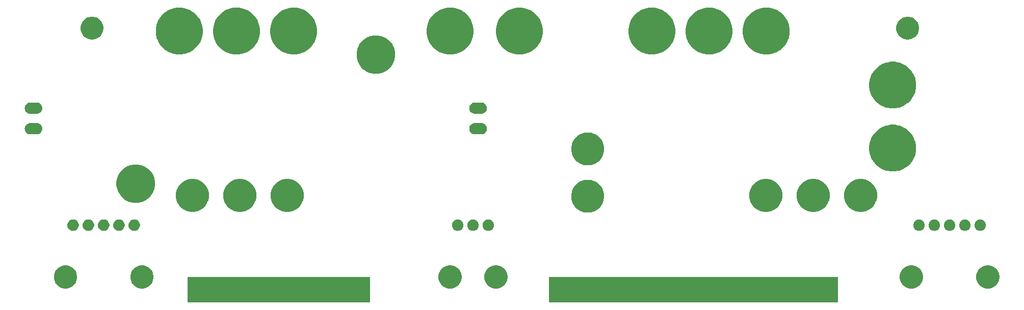
<source format=gbr>
G04 #@! TF.GenerationSoftware,KiCad,Pcbnew,(5.1.2)-1*
G04 #@! TF.CreationDate,2020-03-03T11:05:45-06:00*
G04 #@! TF.ProjectId,ODriveInterfacingBoard,4f447269-7665-4496-9e74-657266616369,rev?*
G04 #@! TF.SameCoordinates,Original*
G04 #@! TF.FileFunction,Soldermask,Bot*
G04 #@! TF.FilePolarity,Negative*
%FSLAX46Y46*%
G04 Gerber Fmt 4.6, Leading zero omitted, Abs format (unit mm)*
G04 Created by KiCad (PCBNEW (5.1.2)-1) date 2020-03-03 11:05:45*
%MOMM*%
%LPD*%
G04 APERTURE LIST*
%ADD10C,0.100000*%
G04 APERTURE END LIST*
D10*
G36*
X117994249Y-122589151D02*
G01*
X87749249Y-122589151D01*
X87749249Y-118379151D01*
X117994249Y-118379151D01*
X117994249Y-122589151D01*
X117994249Y-122589151D01*
G37*
G36*
X195754217Y-122589151D02*
G01*
X147729217Y-122589151D01*
X147729217Y-118379151D01*
X195754217Y-118379151D01*
X195754217Y-122589151D01*
X195754217Y-122589151D01*
G37*
G36*
X67998501Y-116512976D02*
G01*
X68203718Y-116597980D01*
X68348829Y-116658087D01*
X68664116Y-116868755D01*
X68932245Y-117136884D01*
X69142913Y-117452171D01*
X69142913Y-117452172D01*
X69288024Y-117802499D01*
X69362000Y-118174403D01*
X69362000Y-118553597D01*
X69288024Y-118925501D01*
X69203020Y-119130718D01*
X69142913Y-119275829D01*
X68932245Y-119591116D01*
X68664116Y-119859245D01*
X68348829Y-120069913D01*
X68203718Y-120130020D01*
X67998501Y-120215024D01*
X67626597Y-120289000D01*
X67247403Y-120289000D01*
X66875499Y-120215024D01*
X66670282Y-120130020D01*
X66525171Y-120069913D01*
X66209884Y-119859245D01*
X65941755Y-119591116D01*
X65731087Y-119275829D01*
X65670980Y-119130718D01*
X65585976Y-118925501D01*
X65512000Y-118553597D01*
X65512000Y-118174403D01*
X65585976Y-117802499D01*
X65731087Y-117452172D01*
X65731087Y-117452171D01*
X65941755Y-117136884D01*
X66209884Y-116868755D01*
X66525171Y-116658087D01*
X66670282Y-116597980D01*
X66875499Y-116512976D01*
X67247403Y-116439000D01*
X67626597Y-116439000D01*
X67998501Y-116512976D01*
X67998501Y-116512976D01*
G37*
G36*
X221211301Y-116512976D02*
G01*
X221416518Y-116597980D01*
X221561629Y-116658087D01*
X221876916Y-116868755D01*
X222145045Y-117136884D01*
X222355713Y-117452171D01*
X222355713Y-117452172D01*
X222500824Y-117802499D01*
X222574800Y-118174403D01*
X222574800Y-118553597D01*
X222500824Y-118925501D01*
X222415820Y-119130718D01*
X222355713Y-119275829D01*
X222145045Y-119591116D01*
X221876916Y-119859245D01*
X221561629Y-120069913D01*
X221416518Y-120130020D01*
X221211301Y-120215024D01*
X220839397Y-120289000D01*
X220460203Y-120289000D01*
X220088299Y-120215024D01*
X219883082Y-120130020D01*
X219737971Y-120069913D01*
X219422684Y-119859245D01*
X219154555Y-119591116D01*
X218943887Y-119275829D01*
X218883780Y-119130718D01*
X218798776Y-118925501D01*
X218724800Y-118553597D01*
X218724800Y-118174403D01*
X218798776Y-117802499D01*
X218943887Y-117452172D01*
X218943887Y-117452171D01*
X219154555Y-117136884D01*
X219422684Y-116868755D01*
X219737971Y-116658087D01*
X219883082Y-116597980D01*
X220088299Y-116512976D01*
X220460203Y-116439000D01*
X220839397Y-116439000D01*
X221211301Y-116512976D01*
X221211301Y-116512976D01*
G37*
G36*
X131879501Y-116512976D02*
G01*
X132084718Y-116597980D01*
X132229829Y-116658087D01*
X132545116Y-116868755D01*
X132813245Y-117136884D01*
X133023913Y-117452171D01*
X133023913Y-117452172D01*
X133169024Y-117802499D01*
X133243000Y-118174403D01*
X133243000Y-118553597D01*
X133169024Y-118925501D01*
X133084020Y-119130718D01*
X133023913Y-119275829D01*
X132813245Y-119591116D01*
X132545116Y-119859245D01*
X132229829Y-120069913D01*
X132084718Y-120130020D01*
X131879501Y-120215024D01*
X131507597Y-120289000D01*
X131128403Y-120289000D01*
X130756499Y-120215024D01*
X130551282Y-120130020D01*
X130406171Y-120069913D01*
X130090884Y-119859245D01*
X129822755Y-119591116D01*
X129612087Y-119275829D01*
X129551980Y-119130718D01*
X129466976Y-118925501D01*
X129393000Y-118553597D01*
X129393000Y-118174403D01*
X129466976Y-117802499D01*
X129612087Y-117452172D01*
X129612087Y-117452171D01*
X129822755Y-117136884D01*
X130090884Y-116868755D01*
X130406171Y-116658087D01*
X130551282Y-116597980D01*
X130756499Y-116512976D01*
X131128403Y-116439000D01*
X131507597Y-116439000D01*
X131879501Y-116512976D01*
X131879501Y-116512976D01*
G37*
G36*
X139499501Y-116512976D02*
G01*
X139704718Y-116597980D01*
X139849829Y-116658087D01*
X140165116Y-116868755D01*
X140433245Y-117136884D01*
X140643913Y-117452171D01*
X140643913Y-117452172D01*
X140789024Y-117802499D01*
X140863000Y-118174403D01*
X140863000Y-118553597D01*
X140789024Y-118925501D01*
X140704020Y-119130718D01*
X140643913Y-119275829D01*
X140433245Y-119591116D01*
X140165116Y-119859245D01*
X139849829Y-120069913D01*
X139704718Y-120130020D01*
X139499501Y-120215024D01*
X139127597Y-120289000D01*
X138748403Y-120289000D01*
X138376499Y-120215024D01*
X138171282Y-120130020D01*
X138026171Y-120069913D01*
X137710884Y-119859245D01*
X137442755Y-119591116D01*
X137232087Y-119275829D01*
X137171980Y-119130718D01*
X137086976Y-118925501D01*
X137013000Y-118553597D01*
X137013000Y-118174403D01*
X137086976Y-117802499D01*
X137232087Y-117452172D01*
X137232087Y-117452171D01*
X137442755Y-117136884D01*
X137710884Y-116868755D01*
X138026171Y-116658087D01*
X138171282Y-116597980D01*
X138376499Y-116512976D01*
X138748403Y-116439000D01*
X139127597Y-116439000D01*
X139499501Y-116512976D01*
X139499501Y-116512976D01*
G37*
G36*
X208511301Y-116512976D02*
G01*
X208716518Y-116597980D01*
X208861629Y-116658087D01*
X209176916Y-116868755D01*
X209445045Y-117136884D01*
X209655713Y-117452171D01*
X209655713Y-117452172D01*
X209800824Y-117802499D01*
X209874800Y-118174403D01*
X209874800Y-118553597D01*
X209800824Y-118925501D01*
X209715820Y-119130718D01*
X209655713Y-119275829D01*
X209445045Y-119591116D01*
X209176916Y-119859245D01*
X208861629Y-120069913D01*
X208716518Y-120130020D01*
X208511301Y-120215024D01*
X208139397Y-120289000D01*
X207760203Y-120289000D01*
X207388299Y-120215024D01*
X207183082Y-120130020D01*
X207037971Y-120069913D01*
X206722684Y-119859245D01*
X206454555Y-119591116D01*
X206243887Y-119275829D01*
X206183780Y-119130718D01*
X206098776Y-118925501D01*
X206024800Y-118553597D01*
X206024800Y-118174403D01*
X206098776Y-117802499D01*
X206243887Y-117452172D01*
X206243887Y-117452171D01*
X206454555Y-117136884D01*
X206722684Y-116868755D01*
X207037971Y-116658087D01*
X207183082Y-116597980D01*
X207388299Y-116512976D01*
X207760203Y-116439000D01*
X208139397Y-116439000D01*
X208511301Y-116512976D01*
X208511301Y-116512976D01*
G37*
G36*
X80698501Y-116512976D02*
G01*
X80903718Y-116597980D01*
X81048829Y-116658087D01*
X81364116Y-116868755D01*
X81632245Y-117136884D01*
X81842913Y-117452171D01*
X81842913Y-117452172D01*
X81988024Y-117802499D01*
X82062000Y-118174403D01*
X82062000Y-118553597D01*
X81988024Y-118925501D01*
X81903020Y-119130718D01*
X81842913Y-119275829D01*
X81632245Y-119591116D01*
X81364116Y-119859245D01*
X81048829Y-120069913D01*
X80903718Y-120130020D01*
X80698501Y-120215024D01*
X80326597Y-120289000D01*
X79947403Y-120289000D01*
X79575499Y-120215024D01*
X79370282Y-120130020D01*
X79225171Y-120069913D01*
X78909884Y-119859245D01*
X78641755Y-119591116D01*
X78431087Y-119275829D01*
X78370980Y-119130718D01*
X78285976Y-118925501D01*
X78212000Y-118553597D01*
X78212000Y-118174403D01*
X78285976Y-117802499D01*
X78431087Y-117452172D01*
X78431087Y-117452171D01*
X78641755Y-117136884D01*
X78909884Y-116868755D01*
X79225171Y-116658087D01*
X79370282Y-116597980D01*
X79575499Y-116512976D01*
X79947403Y-116439000D01*
X80326597Y-116439000D01*
X80698501Y-116512976D01*
X80698501Y-116512976D01*
G37*
G36*
X212040404Y-108802968D02*
G01*
X212127942Y-108839228D01*
X212215478Y-108875486D01*
X212215479Y-108875487D01*
X212373037Y-108980763D01*
X212507037Y-109114763D01*
X212594807Y-109246121D01*
X212612314Y-109272322D01*
X212648572Y-109359858D01*
X212684832Y-109447396D01*
X212721800Y-109633250D01*
X212721800Y-109822750D01*
X212684832Y-110008604D01*
X212648572Y-110096142D01*
X212612314Y-110183678D01*
X212612313Y-110183679D01*
X212507037Y-110341237D01*
X212373037Y-110475237D01*
X212241679Y-110563007D01*
X212215478Y-110580514D01*
X212127942Y-110616772D01*
X212040404Y-110653032D01*
X211854550Y-110690000D01*
X211665050Y-110690000D01*
X211479196Y-110653032D01*
X211391658Y-110616772D01*
X211304122Y-110580514D01*
X211277921Y-110563007D01*
X211146563Y-110475237D01*
X211012563Y-110341237D01*
X210907287Y-110183679D01*
X210907286Y-110183678D01*
X210871028Y-110096142D01*
X210834768Y-110008604D01*
X210797800Y-109822750D01*
X210797800Y-109633250D01*
X210834768Y-109447396D01*
X210871028Y-109359858D01*
X210907286Y-109272322D01*
X210924793Y-109246121D01*
X211012563Y-109114763D01*
X211146563Y-108980763D01*
X211304121Y-108875487D01*
X211304122Y-108875486D01*
X211479196Y-108802968D01*
X211665050Y-108766000D01*
X211854550Y-108766000D01*
X212040404Y-108802968D01*
X212040404Y-108802968D01*
G37*
G36*
X76607604Y-108802968D02*
G01*
X76695142Y-108839228D01*
X76782678Y-108875486D01*
X76782679Y-108875487D01*
X76940237Y-108980763D01*
X77074237Y-109114763D01*
X77162007Y-109246121D01*
X77179514Y-109272322D01*
X77215772Y-109359858D01*
X77252032Y-109447396D01*
X77289000Y-109633250D01*
X77289000Y-109822750D01*
X77252032Y-110008604D01*
X77179514Y-110183678D01*
X77179513Y-110183679D01*
X77074237Y-110341237D01*
X76940237Y-110475237D01*
X76808879Y-110563007D01*
X76782678Y-110580514D01*
X76695142Y-110616772D01*
X76607604Y-110653032D01*
X76421750Y-110690000D01*
X76232250Y-110690000D01*
X76046396Y-110653032D01*
X75958858Y-110616772D01*
X75871322Y-110580514D01*
X75845121Y-110563007D01*
X75713763Y-110475237D01*
X75579763Y-110341237D01*
X75474487Y-110183679D01*
X75474486Y-110183678D01*
X75401968Y-110008604D01*
X75365000Y-109822750D01*
X75365000Y-109633250D01*
X75401968Y-109447396D01*
X75438228Y-109359858D01*
X75474486Y-109272322D01*
X75491993Y-109246121D01*
X75579763Y-109114763D01*
X75713763Y-108980763D01*
X75871321Y-108875487D01*
X75871322Y-108875486D01*
X76046396Y-108802968D01*
X76232250Y-108766000D01*
X76421750Y-108766000D01*
X76607604Y-108802968D01*
X76607604Y-108802968D01*
G37*
G36*
X74067604Y-108802968D02*
G01*
X74155142Y-108839228D01*
X74242678Y-108875486D01*
X74242679Y-108875487D01*
X74400237Y-108980763D01*
X74534237Y-109114763D01*
X74622007Y-109246121D01*
X74639514Y-109272322D01*
X74675772Y-109359858D01*
X74712032Y-109447396D01*
X74749000Y-109633250D01*
X74749000Y-109822750D01*
X74712032Y-110008604D01*
X74639514Y-110183678D01*
X74639513Y-110183679D01*
X74534237Y-110341237D01*
X74400237Y-110475237D01*
X74268879Y-110563007D01*
X74242678Y-110580514D01*
X74155142Y-110616772D01*
X74067604Y-110653032D01*
X73881750Y-110690000D01*
X73692250Y-110690000D01*
X73506396Y-110653032D01*
X73418858Y-110616772D01*
X73331322Y-110580514D01*
X73305121Y-110563007D01*
X73173763Y-110475237D01*
X73039763Y-110341237D01*
X72934487Y-110183679D01*
X72934486Y-110183678D01*
X72861968Y-110008604D01*
X72825000Y-109822750D01*
X72825000Y-109633250D01*
X72861968Y-109447396D01*
X72898228Y-109359858D01*
X72934486Y-109272322D01*
X72951993Y-109246121D01*
X73039763Y-109114763D01*
X73173763Y-108980763D01*
X73331321Y-108875487D01*
X73331322Y-108875486D01*
X73506396Y-108802968D01*
X73692250Y-108766000D01*
X73881750Y-108766000D01*
X74067604Y-108802968D01*
X74067604Y-108802968D01*
G37*
G36*
X71527604Y-108802968D02*
G01*
X71615142Y-108839228D01*
X71702678Y-108875486D01*
X71702679Y-108875487D01*
X71860237Y-108980763D01*
X71994237Y-109114763D01*
X72082007Y-109246121D01*
X72099514Y-109272322D01*
X72135772Y-109359858D01*
X72172032Y-109447396D01*
X72209000Y-109633250D01*
X72209000Y-109822750D01*
X72172032Y-110008604D01*
X72099514Y-110183678D01*
X72099513Y-110183679D01*
X71994237Y-110341237D01*
X71860237Y-110475237D01*
X71728879Y-110563007D01*
X71702678Y-110580514D01*
X71615142Y-110616772D01*
X71527604Y-110653032D01*
X71341750Y-110690000D01*
X71152250Y-110690000D01*
X70966396Y-110653032D01*
X70878858Y-110616772D01*
X70791322Y-110580514D01*
X70765121Y-110563007D01*
X70633763Y-110475237D01*
X70499763Y-110341237D01*
X70394487Y-110183679D01*
X70394486Y-110183678D01*
X70321968Y-110008604D01*
X70285000Y-109822750D01*
X70285000Y-109633250D01*
X70321968Y-109447396D01*
X70358228Y-109359858D01*
X70394486Y-109272322D01*
X70411993Y-109246121D01*
X70499763Y-109114763D01*
X70633763Y-108980763D01*
X70791321Y-108875487D01*
X70791322Y-108875486D01*
X70966396Y-108802968D01*
X71152250Y-108766000D01*
X71341750Y-108766000D01*
X71527604Y-108802968D01*
X71527604Y-108802968D01*
G37*
G36*
X68987604Y-108802968D02*
G01*
X69075142Y-108839228D01*
X69162678Y-108875486D01*
X69162679Y-108875487D01*
X69320237Y-108980763D01*
X69454237Y-109114763D01*
X69542007Y-109246121D01*
X69559514Y-109272322D01*
X69595772Y-109359858D01*
X69632032Y-109447396D01*
X69669000Y-109633250D01*
X69669000Y-109822750D01*
X69632032Y-110008604D01*
X69559514Y-110183678D01*
X69559513Y-110183679D01*
X69454237Y-110341237D01*
X69320237Y-110475237D01*
X69188879Y-110563007D01*
X69162678Y-110580514D01*
X69075142Y-110616772D01*
X68987604Y-110653032D01*
X68801750Y-110690000D01*
X68612250Y-110690000D01*
X68426396Y-110653032D01*
X68338858Y-110616772D01*
X68251322Y-110580514D01*
X68225121Y-110563007D01*
X68093763Y-110475237D01*
X67959763Y-110341237D01*
X67854487Y-110183679D01*
X67854486Y-110183678D01*
X67781968Y-110008604D01*
X67745000Y-109822750D01*
X67745000Y-109633250D01*
X67781968Y-109447396D01*
X67818228Y-109359858D01*
X67854486Y-109272322D01*
X67871993Y-109246121D01*
X67959763Y-109114763D01*
X68093763Y-108980763D01*
X68251321Y-108875487D01*
X68251322Y-108875486D01*
X68426396Y-108802968D01*
X68612250Y-108766000D01*
X68801750Y-108766000D01*
X68987604Y-108802968D01*
X68987604Y-108802968D01*
G37*
G36*
X79147604Y-108802968D02*
G01*
X79235142Y-108839228D01*
X79322678Y-108875486D01*
X79322679Y-108875487D01*
X79480237Y-108980763D01*
X79614237Y-109114763D01*
X79702007Y-109246121D01*
X79719514Y-109272322D01*
X79755772Y-109359858D01*
X79792032Y-109447396D01*
X79829000Y-109633250D01*
X79829000Y-109822750D01*
X79792032Y-110008604D01*
X79719514Y-110183678D01*
X79719513Y-110183679D01*
X79614237Y-110341237D01*
X79480237Y-110475237D01*
X79348879Y-110563007D01*
X79322678Y-110580514D01*
X79235142Y-110616772D01*
X79147604Y-110653032D01*
X78961750Y-110690000D01*
X78772250Y-110690000D01*
X78586396Y-110653032D01*
X78498858Y-110616772D01*
X78411322Y-110580514D01*
X78385121Y-110563007D01*
X78253763Y-110475237D01*
X78119763Y-110341237D01*
X78014487Y-110183679D01*
X78014486Y-110183678D01*
X77941968Y-110008604D01*
X77905000Y-109822750D01*
X77905000Y-109633250D01*
X77941968Y-109447396D01*
X77978228Y-109359858D01*
X78014486Y-109272322D01*
X78031993Y-109246121D01*
X78119763Y-109114763D01*
X78253763Y-108980763D01*
X78411321Y-108875487D01*
X78411322Y-108875486D01*
X78586396Y-108802968D01*
X78772250Y-108766000D01*
X78961750Y-108766000D01*
X79147604Y-108802968D01*
X79147604Y-108802968D01*
G37*
G36*
X135408604Y-108802968D02*
G01*
X135496142Y-108839228D01*
X135583678Y-108875486D01*
X135583679Y-108875487D01*
X135741237Y-108980763D01*
X135875237Y-109114763D01*
X135963007Y-109246121D01*
X135980514Y-109272322D01*
X136016772Y-109359858D01*
X136053032Y-109447396D01*
X136090000Y-109633250D01*
X136090000Y-109822750D01*
X136053032Y-110008604D01*
X136016772Y-110096142D01*
X135980514Y-110183678D01*
X135980513Y-110183679D01*
X135875237Y-110341237D01*
X135741237Y-110475237D01*
X135609879Y-110563007D01*
X135583678Y-110580514D01*
X135496142Y-110616772D01*
X135408604Y-110653032D01*
X135222750Y-110690000D01*
X135033250Y-110690000D01*
X134847396Y-110653032D01*
X134759858Y-110616772D01*
X134672322Y-110580514D01*
X134646121Y-110563007D01*
X134514763Y-110475237D01*
X134380763Y-110341237D01*
X134275487Y-110183679D01*
X134275486Y-110183678D01*
X134202968Y-110008604D01*
X134166000Y-109822750D01*
X134166000Y-109633250D01*
X134202968Y-109447396D01*
X134239228Y-109359858D01*
X134275486Y-109272322D01*
X134292993Y-109246121D01*
X134380763Y-109114763D01*
X134514763Y-108980763D01*
X134672321Y-108875487D01*
X134672322Y-108875486D01*
X134847396Y-108802968D01*
X135033250Y-108766000D01*
X135222750Y-108766000D01*
X135408604Y-108802968D01*
X135408604Y-108802968D01*
G37*
G36*
X137948604Y-108802968D02*
G01*
X138036142Y-108839228D01*
X138123678Y-108875486D01*
X138123679Y-108875487D01*
X138281237Y-108980763D01*
X138415237Y-109114763D01*
X138503007Y-109246121D01*
X138520514Y-109272322D01*
X138556772Y-109359858D01*
X138593032Y-109447396D01*
X138630000Y-109633250D01*
X138630000Y-109822750D01*
X138593032Y-110008604D01*
X138556772Y-110096142D01*
X138520514Y-110183678D01*
X138520513Y-110183679D01*
X138415237Y-110341237D01*
X138281237Y-110475237D01*
X138149879Y-110563007D01*
X138123678Y-110580514D01*
X138036142Y-110616772D01*
X137948604Y-110653032D01*
X137762750Y-110690000D01*
X137573250Y-110690000D01*
X137387396Y-110653032D01*
X137299858Y-110616772D01*
X137212322Y-110580514D01*
X137186121Y-110563007D01*
X137054763Y-110475237D01*
X136920763Y-110341237D01*
X136815487Y-110183679D01*
X136815486Y-110183678D01*
X136742968Y-110008604D01*
X136706000Y-109822750D01*
X136706000Y-109633250D01*
X136742968Y-109447396D01*
X136779228Y-109359858D01*
X136815486Y-109272322D01*
X136832993Y-109246121D01*
X136920763Y-109114763D01*
X137054763Y-108980763D01*
X137212321Y-108875487D01*
X137212322Y-108875486D01*
X137387396Y-108802968D01*
X137573250Y-108766000D01*
X137762750Y-108766000D01*
X137948604Y-108802968D01*
X137948604Y-108802968D01*
G37*
G36*
X209500404Y-108802968D02*
G01*
X209587942Y-108839228D01*
X209675478Y-108875486D01*
X209675479Y-108875487D01*
X209833037Y-108980763D01*
X209967037Y-109114763D01*
X210054807Y-109246121D01*
X210072314Y-109272322D01*
X210108572Y-109359858D01*
X210144832Y-109447396D01*
X210181800Y-109633250D01*
X210181800Y-109822750D01*
X210144832Y-110008604D01*
X210108572Y-110096142D01*
X210072314Y-110183678D01*
X210072313Y-110183679D01*
X209967037Y-110341237D01*
X209833037Y-110475237D01*
X209701679Y-110563007D01*
X209675478Y-110580514D01*
X209587942Y-110616772D01*
X209500404Y-110653032D01*
X209314550Y-110690000D01*
X209125050Y-110690000D01*
X208939196Y-110653032D01*
X208851658Y-110616772D01*
X208764122Y-110580514D01*
X208737921Y-110563007D01*
X208606563Y-110475237D01*
X208472563Y-110341237D01*
X208367287Y-110183679D01*
X208367286Y-110183678D01*
X208331028Y-110096142D01*
X208294768Y-110008604D01*
X208257800Y-109822750D01*
X208257800Y-109633250D01*
X208294768Y-109447396D01*
X208331028Y-109359858D01*
X208367286Y-109272322D01*
X208384793Y-109246121D01*
X208472563Y-109114763D01*
X208606563Y-108980763D01*
X208764121Y-108875487D01*
X208764122Y-108875486D01*
X208939196Y-108802968D01*
X209125050Y-108766000D01*
X209314550Y-108766000D01*
X209500404Y-108802968D01*
X209500404Y-108802968D01*
G37*
G36*
X214580404Y-108802968D02*
G01*
X214667942Y-108839228D01*
X214755478Y-108875486D01*
X214755479Y-108875487D01*
X214913037Y-108980763D01*
X215047037Y-109114763D01*
X215134807Y-109246121D01*
X215152314Y-109272322D01*
X215188572Y-109359858D01*
X215224832Y-109447396D01*
X215261800Y-109633250D01*
X215261800Y-109822750D01*
X215224832Y-110008604D01*
X215188572Y-110096142D01*
X215152314Y-110183678D01*
X215152313Y-110183679D01*
X215047037Y-110341237D01*
X214913037Y-110475237D01*
X214781679Y-110563007D01*
X214755478Y-110580514D01*
X214667942Y-110616772D01*
X214580404Y-110653032D01*
X214394550Y-110690000D01*
X214205050Y-110690000D01*
X214019196Y-110653032D01*
X213931658Y-110616772D01*
X213844122Y-110580514D01*
X213817921Y-110563007D01*
X213686563Y-110475237D01*
X213552563Y-110341237D01*
X213447287Y-110183679D01*
X213447286Y-110183678D01*
X213411028Y-110096142D01*
X213374768Y-110008604D01*
X213337800Y-109822750D01*
X213337800Y-109633250D01*
X213374768Y-109447396D01*
X213411028Y-109359858D01*
X213447286Y-109272322D01*
X213464793Y-109246121D01*
X213552563Y-109114763D01*
X213686563Y-108980763D01*
X213844121Y-108875487D01*
X213844122Y-108875486D01*
X214019196Y-108802968D01*
X214205050Y-108766000D01*
X214394550Y-108766000D01*
X214580404Y-108802968D01*
X214580404Y-108802968D01*
G37*
G36*
X217120404Y-108802968D02*
G01*
X217207942Y-108839228D01*
X217295478Y-108875486D01*
X217295479Y-108875487D01*
X217453037Y-108980763D01*
X217587037Y-109114763D01*
X217674807Y-109246121D01*
X217692314Y-109272322D01*
X217728572Y-109359858D01*
X217764832Y-109447396D01*
X217801800Y-109633250D01*
X217801800Y-109822750D01*
X217764832Y-110008604D01*
X217728572Y-110096142D01*
X217692314Y-110183678D01*
X217692313Y-110183679D01*
X217587037Y-110341237D01*
X217453037Y-110475237D01*
X217321679Y-110563007D01*
X217295478Y-110580514D01*
X217207942Y-110616772D01*
X217120404Y-110653032D01*
X216934550Y-110690000D01*
X216745050Y-110690000D01*
X216559196Y-110653032D01*
X216471658Y-110616772D01*
X216384122Y-110580514D01*
X216357921Y-110563007D01*
X216226563Y-110475237D01*
X216092563Y-110341237D01*
X215987287Y-110183679D01*
X215987286Y-110183678D01*
X215951028Y-110096142D01*
X215914768Y-110008604D01*
X215877800Y-109822750D01*
X215877800Y-109633250D01*
X215914768Y-109447396D01*
X215951028Y-109359858D01*
X215987286Y-109272322D01*
X216004793Y-109246121D01*
X216092563Y-109114763D01*
X216226563Y-108980763D01*
X216384121Y-108875487D01*
X216384122Y-108875486D01*
X216559196Y-108802968D01*
X216745050Y-108766000D01*
X216934550Y-108766000D01*
X217120404Y-108802968D01*
X217120404Y-108802968D01*
G37*
G36*
X219660404Y-108802968D02*
G01*
X219747942Y-108839228D01*
X219835478Y-108875486D01*
X219835479Y-108875487D01*
X219993037Y-108980763D01*
X220127037Y-109114763D01*
X220214807Y-109246121D01*
X220232314Y-109272322D01*
X220268572Y-109359858D01*
X220304832Y-109447396D01*
X220341800Y-109633250D01*
X220341800Y-109822750D01*
X220304832Y-110008604D01*
X220268572Y-110096142D01*
X220232314Y-110183678D01*
X220232313Y-110183679D01*
X220127037Y-110341237D01*
X219993037Y-110475237D01*
X219861679Y-110563007D01*
X219835478Y-110580514D01*
X219747942Y-110616772D01*
X219660404Y-110653032D01*
X219474550Y-110690000D01*
X219285050Y-110690000D01*
X219099196Y-110653032D01*
X219011658Y-110616772D01*
X218924122Y-110580514D01*
X218897921Y-110563007D01*
X218766563Y-110475237D01*
X218632563Y-110341237D01*
X218527287Y-110183679D01*
X218527286Y-110183678D01*
X218491028Y-110096142D01*
X218454768Y-110008604D01*
X218417800Y-109822750D01*
X218417800Y-109633250D01*
X218454768Y-109447396D01*
X218491028Y-109359858D01*
X218527286Y-109272322D01*
X218544793Y-109246121D01*
X218632563Y-109114763D01*
X218766563Y-108980763D01*
X218924121Y-108875487D01*
X218924122Y-108875486D01*
X219099196Y-108802968D01*
X219285050Y-108766000D01*
X219474550Y-108766000D01*
X219660404Y-108802968D01*
X219660404Y-108802968D01*
G37*
G36*
X132868604Y-108802968D02*
G01*
X132956142Y-108839228D01*
X133043678Y-108875486D01*
X133043679Y-108875487D01*
X133201237Y-108980763D01*
X133335237Y-109114763D01*
X133423007Y-109246121D01*
X133440514Y-109272322D01*
X133476772Y-109359858D01*
X133513032Y-109447396D01*
X133550000Y-109633250D01*
X133550000Y-109822750D01*
X133513032Y-110008604D01*
X133476772Y-110096142D01*
X133440514Y-110183678D01*
X133440513Y-110183679D01*
X133335237Y-110341237D01*
X133201237Y-110475237D01*
X133069879Y-110563007D01*
X133043678Y-110580514D01*
X132956142Y-110616772D01*
X132868604Y-110653032D01*
X132682750Y-110690000D01*
X132493250Y-110690000D01*
X132307396Y-110653032D01*
X132219858Y-110616772D01*
X132132322Y-110580514D01*
X132106121Y-110563007D01*
X131974763Y-110475237D01*
X131840763Y-110341237D01*
X131735487Y-110183679D01*
X131735486Y-110183678D01*
X131662968Y-110008604D01*
X131626000Y-109822750D01*
X131626000Y-109633250D01*
X131662968Y-109447396D01*
X131699228Y-109359858D01*
X131735486Y-109272322D01*
X131752993Y-109246121D01*
X131840763Y-109114763D01*
X131974763Y-108980763D01*
X132132321Y-108875487D01*
X132132322Y-108875486D01*
X132307396Y-108802968D01*
X132493250Y-108766000D01*
X132682750Y-108766000D01*
X132868604Y-108802968D01*
X132868604Y-108802968D01*
G37*
G36*
X154800775Y-102232197D02*
G01*
X154977229Y-102267296D01*
X155475877Y-102473843D01*
X155924648Y-102773703D01*
X156306297Y-103155352D01*
X156606158Y-103604125D01*
X156812704Y-104102772D01*
X156918000Y-104632132D01*
X156918000Y-105171868D01*
X156847803Y-105524775D01*
X156812704Y-105701229D01*
X156606157Y-106199877D01*
X156306297Y-106648648D01*
X155924648Y-107030297D01*
X155475877Y-107330157D01*
X154977229Y-107536704D01*
X154800775Y-107571803D01*
X154447868Y-107642000D01*
X153908132Y-107642000D01*
X153555225Y-107571803D01*
X153378771Y-107536704D01*
X152880123Y-107330157D01*
X152431352Y-107030297D01*
X152049703Y-106648648D01*
X151749843Y-106199877D01*
X151543296Y-105701229D01*
X151508197Y-105524775D01*
X151438000Y-105171868D01*
X151438000Y-104632132D01*
X151543296Y-104102772D01*
X151749842Y-103604125D01*
X152049703Y-103155352D01*
X152431352Y-102773703D01*
X152880123Y-102473843D01*
X153378771Y-102267296D01*
X153555225Y-102232197D01*
X153908132Y-102162000D01*
X154447868Y-102162000D01*
X154800775Y-102232197D01*
X154800775Y-102232197D01*
G37*
G36*
X192265775Y-102105197D02*
G01*
X192442229Y-102140296D01*
X192940877Y-102346843D01*
X193389648Y-102646703D01*
X193771297Y-103028352D01*
X194071158Y-103477125D01*
X194277704Y-103975772D01*
X194383000Y-104505132D01*
X194383000Y-105044868D01*
X194277704Y-105574228D01*
X194093060Y-106020000D01*
X194071157Y-106072877D01*
X193771297Y-106521648D01*
X193389648Y-106903297D01*
X192940877Y-107203157D01*
X192442229Y-107409704D01*
X192265775Y-107444803D01*
X191912868Y-107515000D01*
X191373132Y-107515000D01*
X191020225Y-107444803D01*
X190843771Y-107409704D01*
X190345123Y-107203157D01*
X189896352Y-106903297D01*
X189514703Y-106521648D01*
X189214843Y-106072877D01*
X189192941Y-106020000D01*
X189008296Y-105574228D01*
X188903000Y-105044868D01*
X188903000Y-104505132D01*
X189008296Y-103975772D01*
X189214842Y-103477125D01*
X189514703Y-103028352D01*
X189896352Y-102646703D01*
X190345123Y-102346843D01*
X190843771Y-102140296D01*
X191020225Y-102105197D01*
X191373132Y-102035000D01*
X191912868Y-102035000D01*
X192265775Y-102105197D01*
X192265775Y-102105197D01*
G37*
G36*
X184391775Y-102105197D02*
G01*
X184568229Y-102140296D01*
X185066877Y-102346843D01*
X185515648Y-102646703D01*
X185897297Y-103028352D01*
X186197158Y-103477125D01*
X186403704Y-103975772D01*
X186509000Y-104505132D01*
X186509000Y-105044868D01*
X186403704Y-105574228D01*
X186219060Y-106020000D01*
X186197157Y-106072877D01*
X185897297Y-106521648D01*
X185515648Y-106903297D01*
X185066877Y-107203157D01*
X184568229Y-107409704D01*
X184391775Y-107444803D01*
X184038868Y-107515000D01*
X183499132Y-107515000D01*
X183146225Y-107444803D01*
X182969771Y-107409704D01*
X182471123Y-107203157D01*
X182022352Y-106903297D01*
X181640703Y-106521648D01*
X181340843Y-106072877D01*
X181318941Y-106020000D01*
X181134296Y-105574228D01*
X181029000Y-105044868D01*
X181029000Y-104505132D01*
X181134296Y-103975772D01*
X181340842Y-103477125D01*
X181640703Y-103028352D01*
X182022352Y-102646703D01*
X182471123Y-102346843D01*
X182969771Y-102140296D01*
X183146225Y-102105197D01*
X183499132Y-102035000D01*
X184038868Y-102035000D01*
X184391775Y-102105197D01*
X184391775Y-102105197D01*
G37*
G36*
X104889775Y-102105197D02*
G01*
X105066229Y-102140296D01*
X105564877Y-102346843D01*
X106013648Y-102646703D01*
X106395297Y-103028352D01*
X106695158Y-103477125D01*
X106901704Y-103975772D01*
X107007000Y-104505132D01*
X107007000Y-105044868D01*
X106901704Y-105574228D01*
X106717060Y-106020000D01*
X106695157Y-106072877D01*
X106395297Y-106521648D01*
X106013648Y-106903297D01*
X105564877Y-107203157D01*
X105066229Y-107409704D01*
X104889775Y-107444803D01*
X104536868Y-107515000D01*
X103997132Y-107515000D01*
X103644225Y-107444803D01*
X103467771Y-107409704D01*
X102969123Y-107203157D01*
X102520352Y-106903297D01*
X102138703Y-106521648D01*
X101838843Y-106072877D01*
X101816941Y-106020000D01*
X101632296Y-105574228D01*
X101527000Y-105044868D01*
X101527000Y-104505132D01*
X101632296Y-103975772D01*
X101838842Y-103477125D01*
X102138703Y-103028352D01*
X102520352Y-102646703D01*
X102969123Y-102346843D01*
X103467771Y-102140296D01*
X103644225Y-102105197D01*
X103997132Y-102035000D01*
X104536868Y-102035000D01*
X104889775Y-102105197D01*
X104889775Y-102105197D01*
G37*
G36*
X89141775Y-102105197D02*
G01*
X89318229Y-102140296D01*
X89816877Y-102346843D01*
X90265648Y-102646703D01*
X90647297Y-103028352D01*
X90947158Y-103477125D01*
X91153704Y-103975772D01*
X91259000Y-104505132D01*
X91259000Y-105044868D01*
X91153704Y-105574228D01*
X90969060Y-106020000D01*
X90947157Y-106072877D01*
X90647297Y-106521648D01*
X90265648Y-106903297D01*
X89816877Y-107203157D01*
X89318229Y-107409704D01*
X89141775Y-107444803D01*
X88788868Y-107515000D01*
X88249132Y-107515000D01*
X87896225Y-107444803D01*
X87719771Y-107409704D01*
X87221123Y-107203157D01*
X86772352Y-106903297D01*
X86390703Y-106521648D01*
X86090843Y-106072877D01*
X86068941Y-106020000D01*
X85884296Y-105574228D01*
X85779000Y-105044868D01*
X85779000Y-104505132D01*
X85884296Y-103975772D01*
X86090842Y-103477125D01*
X86390703Y-103028352D01*
X86772352Y-102646703D01*
X87221123Y-102346843D01*
X87719771Y-102140296D01*
X87896225Y-102105197D01*
X88249132Y-102035000D01*
X88788868Y-102035000D01*
X89141775Y-102105197D01*
X89141775Y-102105197D01*
G37*
G36*
X200139775Y-102105197D02*
G01*
X200316229Y-102140296D01*
X200814877Y-102346843D01*
X201263648Y-102646703D01*
X201645297Y-103028352D01*
X201945158Y-103477125D01*
X202151704Y-103975772D01*
X202257000Y-104505132D01*
X202257000Y-105044868D01*
X202151704Y-105574228D01*
X201967060Y-106020000D01*
X201945157Y-106072877D01*
X201645297Y-106521648D01*
X201263648Y-106903297D01*
X200814877Y-107203157D01*
X200316229Y-107409704D01*
X200139775Y-107444803D01*
X199786868Y-107515000D01*
X199247132Y-107515000D01*
X198894225Y-107444803D01*
X198717771Y-107409704D01*
X198219123Y-107203157D01*
X197770352Y-106903297D01*
X197388703Y-106521648D01*
X197088843Y-106072877D01*
X197066941Y-106020000D01*
X196882296Y-105574228D01*
X196777000Y-105044868D01*
X196777000Y-104505132D01*
X196882296Y-103975772D01*
X197088842Y-103477125D01*
X197388703Y-103028352D01*
X197770352Y-102646703D01*
X198219123Y-102346843D01*
X198717771Y-102140296D01*
X198894225Y-102105197D01*
X199247132Y-102035000D01*
X199786868Y-102035000D01*
X200139775Y-102105197D01*
X200139775Y-102105197D01*
G37*
G36*
X97015775Y-102105197D02*
G01*
X97192229Y-102140296D01*
X97690877Y-102346843D01*
X98139648Y-102646703D01*
X98521297Y-103028352D01*
X98821158Y-103477125D01*
X99027704Y-103975772D01*
X99133000Y-104505132D01*
X99133000Y-105044868D01*
X99027704Y-105574228D01*
X98843060Y-106020000D01*
X98821157Y-106072877D01*
X98521297Y-106521648D01*
X98139648Y-106903297D01*
X97690877Y-107203157D01*
X97192229Y-107409704D01*
X97015775Y-107444803D01*
X96662868Y-107515000D01*
X96123132Y-107515000D01*
X95770225Y-107444803D01*
X95593771Y-107409704D01*
X95095123Y-107203157D01*
X94646352Y-106903297D01*
X94264703Y-106521648D01*
X93964843Y-106072877D01*
X93942941Y-106020000D01*
X93758296Y-105574228D01*
X93653000Y-105044868D01*
X93653000Y-104505132D01*
X93758296Y-103975772D01*
X93964842Y-103477125D01*
X94264703Y-103028352D01*
X94646352Y-102646703D01*
X95095123Y-102346843D01*
X95593771Y-102140296D01*
X95770225Y-102105197D01*
X96123132Y-102035000D01*
X96662868Y-102035000D01*
X97015775Y-102105197D01*
X97015775Y-102105197D01*
G37*
G36*
X80041704Y-99742974D02*
G01*
X80624067Y-99984196D01*
X80624068Y-99984197D01*
X81148181Y-100334398D01*
X81593902Y-100780119D01*
X81605282Y-100797151D01*
X81944104Y-101304233D01*
X82185326Y-101886596D01*
X82308300Y-102504826D01*
X82308300Y-103135174D01*
X82185326Y-103753404D01*
X81944104Y-104335767D01*
X81944103Y-104335768D01*
X81593902Y-104859881D01*
X81148181Y-105305602D01*
X80797979Y-105539599D01*
X80624067Y-105655804D01*
X80041704Y-105897026D01*
X79423474Y-106020000D01*
X78793126Y-106020000D01*
X78174896Y-105897026D01*
X77592533Y-105655804D01*
X77418621Y-105539599D01*
X77068419Y-105305602D01*
X76622698Y-104859881D01*
X76272497Y-104335768D01*
X76272496Y-104335767D01*
X76031274Y-103753404D01*
X75908300Y-103135174D01*
X75908300Y-102504826D01*
X76031274Y-101886596D01*
X76272496Y-101304233D01*
X76611318Y-100797151D01*
X76622698Y-100780119D01*
X77068419Y-100334398D01*
X77592532Y-99984197D01*
X77592533Y-99984196D01*
X78174896Y-99742974D01*
X78793126Y-99620000D01*
X79423474Y-99620000D01*
X80041704Y-99742974D01*
X80041704Y-99742974D01*
G37*
G36*
X205728148Y-93097068D02*
G01*
X205979305Y-93147026D01*
X206689060Y-93441016D01*
X207001527Y-93649800D01*
X207327821Y-93867823D01*
X207871045Y-94411047D01*
X208005184Y-94611800D01*
X208297852Y-95049808D01*
X208579648Y-95730123D01*
X208591842Y-95759564D01*
X208741717Y-96513033D01*
X208741717Y-97281269D01*
X208738415Y-97297868D01*
X208591842Y-98034739D01*
X208297852Y-98744494D01*
X208082999Y-99066044D01*
X208022694Y-99156297D01*
X207871044Y-99383256D01*
X207327822Y-99926478D01*
X206689060Y-100353286D01*
X205979305Y-100647276D01*
X205728148Y-100697234D01*
X205225835Y-100797151D01*
X204457599Y-100797151D01*
X203955286Y-100697234D01*
X203704129Y-100647276D01*
X202994374Y-100353286D01*
X202355612Y-99926478D01*
X201812390Y-99383256D01*
X201660741Y-99156297D01*
X201600435Y-99066044D01*
X201385582Y-98744494D01*
X201091592Y-98034739D01*
X200945019Y-97297868D01*
X200941717Y-97281269D01*
X200941717Y-96513033D01*
X201091592Y-95759564D01*
X201103787Y-95730123D01*
X201385582Y-95049808D01*
X201678250Y-94611800D01*
X201812389Y-94411047D01*
X202355613Y-93867823D01*
X202681907Y-93649800D01*
X202994374Y-93441016D01*
X203704129Y-93147026D01*
X203955286Y-93097068D01*
X204457599Y-92997151D01*
X205225835Y-92997151D01*
X205728148Y-93097068D01*
X205728148Y-93097068D01*
G37*
G36*
X154800775Y-94358197D02*
G01*
X154977229Y-94393296D01*
X155122680Y-94453544D01*
X155471141Y-94597881D01*
X155475877Y-94599843D01*
X155924648Y-94899703D01*
X156306297Y-95281352D01*
X156606158Y-95730125D01*
X156618352Y-95759564D01*
X156812704Y-96228771D01*
X156918000Y-96758134D01*
X156918000Y-97297866D01*
X156812704Y-97827229D01*
X156606157Y-98325877D01*
X156306297Y-98774648D01*
X155924648Y-99156297D01*
X155475877Y-99456157D01*
X154977229Y-99662704D01*
X154800775Y-99697803D01*
X154447868Y-99768000D01*
X153908132Y-99768000D01*
X153555225Y-99697803D01*
X153378771Y-99662704D01*
X152880123Y-99456157D01*
X152431352Y-99156297D01*
X152049703Y-98774648D01*
X151749843Y-98325877D01*
X151543296Y-97827229D01*
X151438000Y-97297866D01*
X151438000Y-96758134D01*
X151543296Y-96228771D01*
X151737648Y-95759564D01*
X151749842Y-95730125D01*
X152049703Y-95281352D01*
X152431352Y-94899703D01*
X152880123Y-94599843D01*
X152884860Y-94597881D01*
X153233320Y-94453544D01*
X153378771Y-94393296D01*
X153555225Y-94358197D01*
X153908132Y-94288000D01*
X154447868Y-94288000D01*
X154800775Y-94358197D01*
X154800775Y-94358197D01*
G37*
G36*
X136675483Y-92701719D02*
G01*
X136856825Y-92756729D01*
X137023943Y-92846056D01*
X137170428Y-92966272D01*
X137290644Y-93112757D01*
X137379971Y-93279875D01*
X137434981Y-93461217D01*
X137453554Y-93649800D01*
X137434981Y-93838383D01*
X137379971Y-94019725D01*
X137290644Y-94186843D01*
X137170428Y-94333328D01*
X137023943Y-94453544D01*
X136856825Y-94542871D01*
X136675483Y-94597881D01*
X136534157Y-94611800D01*
X135423643Y-94611800D01*
X135282317Y-94597881D01*
X135100975Y-94542871D01*
X134933857Y-94453544D01*
X134787372Y-94333328D01*
X134667156Y-94186843D01*
X134577829Y-94019725D01*
X134522819Y-93838383D01*
X134504246Y-93649800D01*
X134522819Y-93461217D01*
X134577829Y-93279875D01*
X134667156Y-93112757D01*
X134787372Y-92966272D01*
X134933857Y-92846056D01*
X135100975Y-92756729D01*
X135282317Y-92701719D01*
X135423643Y-92687800D01*
X136534157Y-92687800D01*
X136675483Y-92701719D01*
X136675483Y-92701719D01*
G37*
G36*
X62837683Y-92701719D02*
G01*
X63019025Y-92756729D01*
X63186143Y-92846056D01*
X63332628Y-92966272D01*
X63452844Y-93112757D01*
X63542171Y-93279875D01*
X63597181Y-93461217D01*
X63615754Y-93649800D01*
X63597181Y-93838383D01*
X63542171Y-94019725D01*
X63452844Y-94186843D01*
X63332628Y-94333328D01*
X63186143Y-94453544D01*
X63019025Y-94542871D01*
X62837683Y-94597881D01*
X62696357Y-94611800D01*
X61585843Y-94611800D01*
X61444517Y-94597881D01*
X61263175Y-94542871D01*
X61096057Y-94453544D01*
X60949572Y-94333328D01*
X60829356Y-94186843D01*
X60740029Y-94019725D01*
X60685019Y-93838383D01*
X60666446Y-93649800D01*
X60685019Y-93461217D01*
X60740029Y-93279875D01*
X60829356Y-93112757D01*
X60949572Y-92966272D01*
X61096057Y-92846056D01*
X61263175Y-92756729D01*
X61444517Y-92701719D01*
X61585843Y-92687800D01*
X62696357Y-92687800D01*
X62837683Y-92701719D01*
X62837683Y-92701719D01*
G37*
G36*
X62837683Y-89298119D02*
G01*
X63019025Y-89353129D01*
X63186143Y-89442456D01*
X63332628Y-89562672D01*
X63452844Y-89709157D01*
X63542171Y-89876275D01*
X63597181Y-90057617D01*
X63615754Y-90246200D01*
X63597181Y-90434783D01*
X63542171Y-90616125D01*
X63452844Y-90783243D01*
X63332628Y-90929728D01*
X63186143Y-91049944D01*
X63019025Y-91139271D01*
X62837683Y-91194281D01*
X62696357Y-91208200D01*
X61585843Y-91208200D01*
X61444517Y-91194281D01*
X61263175Y-91139271D01*
X61096057Y-91049944D01*
X60949572Y-90929728D01*
X60829356Y-90783243D01*
X60740029Y-90616125D01*
X60685019Y-90434783D01*
X60666446Y-90246200D01*
X60685019Y-90057617D01*
X60740029Y-89876275D01*
X60829356Y-89709157D01*
X60949572Y-89562672D01*
X61096057Y-89442456D01*
X61263175Y-89353129D01*
X61444517Y-89298119D01*
X61585843Y-89284200D01*
X62696357Y-89284200D01*
X62837683Y-89298119D01*
X62837683Y-89298119D01*
G37*
G36*
X136675483Y-89298119D02*
G01*
X136856825Y-89353129D01*
X137023943Y-89442456D01*
X137170428Y-89562672D01*
X137290644Y-89709157D01*
X137379971Y-89876275D01*
X137434981Y-90057617D01*
X137453554Y-90246200D01*
X137434981Y-90434783D01*
X137379971Y-90616125D01*
X137290644Y-90783243D01*
X137170428Y-90929728D01*
X137023943Y-91049944D01*
X136856825Y-91139271D01*
X136675483Y-91194281D01*
X136534157Y-91208200D01*
X135423643Y-91208200D01*
X135282317Y-91194281D01*
X135100975Y-91139271D01*
X134933857Y-91049944D01*
X134787372Y-90929728D01*
X134667156Y-90783243D01*
X134577829Y-90616125D01*
X134522819Y-90434783D01*
X134504246Y-90246200D01*
X134522819Y-90057617D01*
X134577829Y-89876275D01*
X134667156Y-89709157D01*
X134787372Y-89562672D01*
X134933857Y-89442456D01*
X135100975Y-89353129D01*
X135282317Y-89298119D01*
X135423643Y-89284200D01*
X136534157Y-89284200D01*
X136675483Y-89298119D01*
X136675483Y-89298119D01*
G37*
G36*
X205728148Y-82597068D02*
G01*
X205979305Y-82647026D01*
X206689060Y-82941016D01*
X207010610Y-83155869D01*
X207327821Y-83367823D01*
X207871045Y-83911047D01*
X208297853Y-84549810D01*
X208591842Y-85259564D01*
X208741717Y-86013033D01*
X208741717Y-86781269D01*
X208591842Y-87534738D01*
X208297853Y-88244492D01*
X207871045Y-88883255D01*
X207327821Y-89426479D01*
X207303908Y-89442457D01*
X206689060Y-89853286D01*
X206689059Y-89853287D01*
X206689058Y-89853287D01*
X206481175Y-89939395D01*
X205979305Y-90147276D01*
X205728148Y-90197234D01*
X205225835Y-90297151D01*
X204457599Y-90297151D01*
X203955286Y-90197234D01*
X203704129Y-90147276D01*
X203202259Y-89939395D01*
X202994376Y-89853287D01*
X202994375Y-89853287D01*
X202994374Y-89853286D01*
X202379526Y-89442457D01*
X202355613Y-89426479D01*
X201812389Y-88883255D01*
X201385581Y-88244492D01*
X201091592Y-87534738D01*
X200941717Y-86781269D01*
X200941717Y-86013033D01*
X201091592Y-85259564D01*
X201385581Y-84549810D01*
X201812389Y-83911047D01*
X202355613Y-83367823D01*
X202672824Y-83155869D01*
X202994374Y-82941016D01*
X203704129Y-82647026D01*
X203955286Y-82597068D01*
X204457599Y-82497151D01*
X205225835Y-82497151D01*
X205728148Y-82597068D01*
X205728148Y-82597068D01*
G37*
G36*
X119932404Y-78242974D02*
G01*
X120514767Y-78484196D01*
X120659508Y-78580909D01*
X121038881Y-78834398D01*
X121484602Y-79280119D01*
X121718599Y-79630321D01*
X121834804Y-79804233D01*
X122076026Y-80386596D01*
X122199000Y-81004826D01*
X122199000Y-81635174D01*
X122076026Y-82253404D01*
X121834804Y-82835767D01*
X121834803Y-82835768D01*
X121484602Y-83359881D01*
X121038881Y-83805602D01*
X120881071Y-83911047D01*
X120514767Y-84155804D01*
X119932404Y-84397026D01*
X119314174Y-84520000D01*
X118683826Y-84520000D01*
X118065596Y-84397026D01*
X117483233Y-84155804D01*
X117116929Y-83911047D01*
X116959119Y-83805602D01*
X116513398Y-83359881D01*
X116163197Y-82835768D01*
X116163196Y-82835767D01*
X115921974Y-82253404D01*
X115799000Y-81635174D01*
X115799000Y-81004826D01*
X115921974Y-80386596D01*
X116163196Y-79804233D01*
X116279401Y-79630321D01*
X116513398Y-79280119D01*
X116959119Y-78834398D01*
X117338492Y-78580909D01*
X117483233Y-78484196D01*
X118065596Y-78242974D01*
X118683826Y-78120000D01*
X119314174Y-78120000D01*
X119932404Y-78242974D01*
X119932404Y-78242974D01*
G37*
G36*
X87228148Y-73597068D02*
G01*
X87479305Y-73647026D01*
X88189060Y-73941016D01*
X88510610Y-74155869D01*
X88827821Y-74367823D01*
X89371045Y-74911047D01*
X89797853Y-75549810D01*
X90091842Y-76259564D01*
X90241717Y-77013033D01*
X90241717Y-77781269D01*
X90238560Y-77797138D01*
X90091842Y-78534739D01*
X89983147Y-78797151D01*
X89797853Y-79244492D01*
X89423847Y-79804232D01*
X89371044Y-79883256D01*
X88827822Y-80426478D01*
X88189060Y-80853286D01*
X87479305Y-81147276D01*
X87228148Y-81197234D01*
X86725835Y-81297151D01*
X85957599Y-81297151D01*
X85455286Y-81197234D01*
X85204129Y-81147276D01*
X84494374Y-80853286D01*
X83855612Y-80426478D01*
X83312390Y-79883256D01*
X83259588Y-79804232D01*
X82885581Y-79244492D01*
X82700287Y-78797151D01*
X82591592Y-78534739D01*
X82444874Y-77797138D01*
X82441717Y-77781269D01*
X82441717Y-77013033D01*
X82591592Y-76259564D01*
X82885581Y-75549810D01*
X83312389Y-74911047D01*
X83855613Y-74367823D01*
X84172824Y-74155869D01*
X84494374Y-73941016D01*
X85204129Y-73647026D01*
X85455286Y-73597068D01*
X85957599Y-73497151D01*
X86725835Y-73497151D01*
X87228148Y-73597068D01*
X87228148Y-73597068D01*
G37*
G36*
X184728148Y-73597068D02*
G01*
X184979305Y-73647026D01*
X185689060Y-73941016D01*
X186010610Y-74155869D01*
X186327821Y-74367823D01*
X186871045Y-74911047D01*
X187297853Y-75549810D01*
X187591842Y-76259564D01*
X187741717Y-77013033D01*
X187741717Y-77781269D01*
X187738560Y-77797138D01*
X187591842Y-78534739D01*
X187483147Y-78797151D01*
X187297853Y-79244492D01*
X186923847Y-79804232D01*
X186871044Y-79883256D01*
X186327822Y-80426478D01*
X185689060Y-80853286D01*
X184979305Y-81147276D01*
X184728148Y-81197234D01*
X184225835Y-81297151D01*
X183457599Y-81297151D01*
X182955286Y-81197234D01*
X182704129Y-81147276D01*
X181994374Y-80853286D01*
X181355612Y-80426478D01*
X180812390Y-79883256D01*
X180759588Y-79804232D01*
X180385581Y-79244492D01*
X180200287Y-78797151D01*
X180091592Y-78534739D01*
X179944874Y-77797138D01*
X179941717Y-77781269D01*
X179941717Y-77013033D01*
X180091592Y-76259564D01*
X180385581Y-75549810D01*
X180812389Y-74911047D01*
X181355613Y-74367823D01*
X181672824Y-74155869D01*
X181994374Y-73941016D01*
X182704129Y-73647026D01*
X182955286Y-73597068D01*
X183457599Y-73497151D01*
X184225835Y-73497151D01*
X184728148Y-73597068D01*
X184728148Y-73597068D01*
G37*
G36*
X175228148Y-73597068D02*
G01*
X175479305Y-73647026D01*
X176189060Y-73941016D01*
X176510610Y-74155869D01*
X176827821Y-74367823D01*
X177371045Y-74911047D01*
X177797853Y-75549810D01*
X178091842Y-76259564D01*
X178241717Y-77013033D01*
X178241717Y-77781269D01*
X178238560Y-77797138D01*
X178091842Y-78534739D01*
X177983147Y-78797151D01*
X177797853Y-79244492D01*
X177423847Y-79804232D01*
X177371044Y-79883256D01*
X176827822Y-80426478D01*
X176189060Y-80853286D01*
X175479305Y-81147276D01*
X175228148Y-81197234D01*
X174725835Y-81297151D01*
X173957599Y-81297151D01*
X173455286Y-81197234D01*
X173204129Y-81147276D01*
X172494374Y-80853286D01*
X171855612Y-80426478D01*
X171312390Y-79883256D01*
X171259588Y-79804232D01*
X170885581Y-79244492D01*
X170700287Y-78797151D01*
X170591592Y-78534739D01*
X170444874Y-77797138D01*
X170441717Y-77781269D01*
X170441717Y-77013033D01*
X170591592Y-76259564D01*
X170885581Y-75549810D01*
X171312389Y-74911047D01*
X171855613Y-74367823D01*
X172172824Y-74155869D01*
X172494374Y-73941016D01*
X173204129Y-73647026D01*
X173455286Y-73597068D01*
X173957599Y-73497151D01*
X174725835Y-73497151D01*
X175228148Y-73597068D01*
X175228148Y-73597068D01*
G37*
G36*
X165728148Y-73597068D02*
G01*
X165979305Y-73647026D01*
X166689060Y-73941016D01*
X167010610Y-74155869D01*
X167327821Y-74367823D01*
X167871045Y-74911047D01*
X168297853Y-75549810D01*
X168591842Y-76259564D01*
X168741717Y-77013033D01*
X168741717Y-77781269D01*
X168738560Y-77797138D01*
X168591842Y-78534739D01*
X168483147Y-78797151D01*
X168297853Y-79244492D01*
X167923847Y-79804232D01*
X167871044Y-79883256D01*
X167327822Y-80426478D01*
X166689060Y-80853286D01*
X165979305Y-81147276D01*
X165728148Y-81197234D01*
X165225835Y-81297151D01*
X164457599Y-81297151D01*
X163955286Y-81197234D01*
X163704129Y-81147276D01*
X162994374Y-80853286D01*
X162355612Y-80426478D01*
X161812390Y-79883256D01*
X161759588Y-79804232D01*
X161385581Y-79244492D01*
X161200287Y-78797151D01*
X161091592Y-78534739D01*
X160944874Y-77797138D01*
X160941717Y-77781269D01*
X160941717Y-77013033D01*
X161091592Y-76259564D01*
X161385581Y-75549810D01*
X161812389Y-74911047D01*
X162355613Y-74367823D01*
X162672824Y-74155869D01*
X162994374Y-73941016D01*
X163704129Y-73647026D01*
X163955286Y-73597068D01*
X164457599Y-73497151D01*
X165225835Y-73497151D01*
X165728148Y-73597068D01*
X165728148Y-73597068D01*
G37*
G36*
X143728148Y-73597068D02*
G01*
X143979305Y-73647026D01*
X144689060Y-73941016D01*
X145010610Y-74155869D01*
X145327821Y-74367823D01*
X145871045Y-74911047D01*
X146297853Y-75549810D01*
X146591842Y-76259564D01*
X146741717Y-77013033D01*
X146741717Y-77781269D01*
X146738560Y-77797138D01*
X146591842Y-78534739D01*
X146483147Y-78797151D01*
X146297853Y-79244492D01*
X145923847Y-79804232D01*
X145871044Y-79883256D01*
X145327822Y-80426478D01*
X144689060Y-80853286D01*
X143979305Y-81147276D01*
X143728148Y-81197234D01*
X143225835Y-81297151D01*
X142457599Y-81297151D01*
X141955286Y-81197234D01*
X141704129Y-81147276D01*
X140994374Y-80853286D01*
X140355612Y-80426478D01*
X139812390Y-79883256D01*
X139759588Y-79804232D01*
X139385581Y-79244492D01*
X139200287Y-78797151D01*
X139091592Y-78534739D01*
X138944874Y-77797138D01*
X138941717Y-77781269D01*
X138941717Y-77013033D01*
X139091592Y-76259564D01*
X139385581Y-75549810D01*
X139812389Y-74911047D01*
X140355613Y-74367823D01*
X140672824Y-74155869D01*
X140994374Y-73941016D01*
X141704129Y-73647026D01*
X141955286Y-73597068D01*
X142457599Y-73497151D01*
X143225835Y-73497151D01*
X143728148Y-73597068D01*
X143728148Y-73597068D01*
G37*
G36*
X132228148Y-73597068D02*
G01*
X132479305Y-73647026D01*
X133189060Y-73941016D01*
X133510610Y-74155869D01*
X133827821Y-74367823D01*
X134371045Y-74911047D01*
X134797853Y-75549810D01*
X135091842Y-76259564D01*
X135241717Y-77013033D01*
X135241717Y-77781269D01*
X135238560Y-77797138D01*
X135091842Y-78534739D01*
X134983147Y-78797151D01*
X134797853Y-79244492D01*
X134423847Y-79804232D01*
X134371044Y-79883256D01*
X133827822Y-80426478D01*
X133189060Y-80853286D01*
X132479305Y-81147276D01*
X132228148Y-81197234D01*
X131725835Y-81297151D01*
X130957599Y-81297151D01*
X130455286Y-81197234D01*
X130204129Y-81147276D01*
X129494374Y-80853286D01*
X128855612Y-80426478D01*
X128312390Y-79883256D01*
X128259588Y-79804232D01*
X127885581Y-79244492D01*
X127700287Y-78797151D01*
X127591592Y-78534739D01*
X127444874Y-77797138D01*
X127441717Y-77781269D01*
X127441717Y-77013033D01*
X127591592Y-76259564D01*
X127885581Y-75549810D01*
X128312389Y-74911047D01*
X128855613Y-74367823D01*
X129172824Y-74155869D01*
X129494374Y-73941016D01*
X130204129Y-73647026D01*
X130455286Y-73597068D01*
X130957599Y-73497151D01*
X131725835Y-73497151D01*
X132228148Y-73597068D01*
X132228148Y-73597068D01*
G37*
G36*
X106228148Y-73597068D02*
G01*
X106479305Y-73647026D01*
X107189060Y-73941016D01*
X107510610Y-74155869D01*
X107827821Y-74367823D01*
X108371045Y-74911047D01*
X108797853Y-75549810D01*
X109091842Y-76259564D01*
X109241717Y-77013033D01*
X109241717Y-77781269D01*
X109238560Y-77797138D01*
X109091842Y-78534739D01*
X108983147Y-78797151D01*
X108797853Y-79244492D01*
X108423847Y-79804232D01*
X108371044Y-79883256D01*
X107827822Y-80426478D01*
X107189060Y-80853286D01*
X106479305Y-81147276D01*
X106228148Y-81197234D01*
X105725835Y-81297151D01*
X104957599Y-81297151D01*
X104455286Y-81197234D01*
X104204129Y-81147276D01*
X103494374Y-80853286D01*
X102855612Y-80426478D01*
X102312390Y-79883256D01*
X102259588Y-79804232D01*
X101885581Y-79244492D01*
X101700287Y-78797151D01*
X101591592Y-78534739D01*
X101444874Y-77797138D01*
X101441717Y-77781269D01*
X101441717Y-77013033D01*
X101591592Y-76259564D01*
X101885581Y-75549810D01*
X102312389Y-74911047D01*
X102855613Y-74367823D01*
X103172824Y-74155869D01*
X103494374Y-73941016D01*
X104204129Y-73647026D01*
X104455286Y-73597068D01*
X104957599Y-73497151D01*
X105725835Y-73497151D01*
X106228148Y-73597068D01*
X106228148Y-73597068D01*
G37*
G36*
X96728148Y-73597068D02*
G01*
X96979305Y-73647026D01*
X97689060Y-73941016D01*
X98010610Y-74155869D01*
X98327821Y-74367823D01*
X98871045Y-74911047D01*
X99297853Y-75549810D01*
X99591842Y-76259564D01*
X99741717Y-77013033D01*
X99741717Y-77781269D01*
X99738560Y-77797138D01*
X99591842Y-78534739D01*
X99483147Y-78797151D01*
X99297853Y-79244492D01*
X98923847Y-79804232D01*
X98871044Y-79883256D01*
X98327822Y-80426478D01*
X97689060Y-80853286D01*
X96979305Y-81147276D01*
X96728148Y-81197234D01*
X96225835Y-81297151D01*
X95457599Y-81297151D01*
X94955286Y-81197234D01*
X94704129Y-81147276D01*
X93994374Y-80853286D01*
X93355612Y-80426478D01*
X92812390Y-79883256D01*
X92759588Y-79804232D01*
X92385581Y-79244492D01*
X92200287Y-78797151D01*
X92091592Y-78534739D01*
X91944874Y-77797138D01*
X91941717Y-77781269D01*
X91941717Y-77013033D01*
X92091592Y-76259564D01*
X92385581Y-75549810D01*
X92812389Y-74911047D01*
X93355613Y-74367823D01*
X93672824Y-74155869D01*
X93994374Y-73941016D01*
X94704129Y-73647026D01*
X94955286Y-73597068D01*
X95457599Y-73497151D01*
X96225835Y-73497151D01*
X96728148Y-73597068D01*
X96728148Y-73597068D01*
G37*
G36*
X207895926Y-75070167D02*
G01*
X208039151Y-75129493D01*
X208241703Y-75213392D01*
X208552896Y-75421325D01*
X208817543Y-75685972D01*
X209025476Y-75997165D01*
X209168701Y-76342943D01*
X209241717Y-76710016D01*
X209241717Y-77084286D01*
X209168701Y-77451359D01*
X209025476Y-77797137D01*
X208817543Y-78108330D01*
X208552896Y-78372977D01*
X208241703Y-78580910D01*
X208039151Y-78664809D01*
X207895926Y-78724135D01*
X207712388Y-78760643D01*
X207528852Y-78797151D01*
X207154582Y-78797151D01*
X206971046Y-78760643D01*
X206787508Y-78724135D01*
X206644283Y-78664809D01*
X206441731Y-78580910D01*
X206130538Y-78372977D01*
X205865891Y-78108330D01*
X205657958Y-77797137D01*
X205514733Y-77451359D01*
X205441717Y-77084286D01*
X205441717Y-76710016D01*
X205514733Y-76342943D01*
X205657958Y-75997165D01*
X205865891Y-75685972D01*
X206130538Y-75421325D01*
X206441731Y-75213392D01*
X206644283Y-75129493D01*
X206787508Y-75070167D01*
X207154582Y-74997151D01*
X207528852Y-74997151D01*
X207895926Y-75070167D01*
X207895926Y-75070167D01*
G37*
G36*
X72395926Y-75070167D02*
G01*
X72539151Y-75129493D01*
X72741703Y-75213392D01*
X73052896Y-75421325D01*
X73317543Y-75685972D01*
X73525476Y-75997165D01*
X73668701Y-76342943D01*
X73741717Y-76710016D01*
X73741717Y-77084286D01*
X73668701Y-77451359D01*
X73525476Y-77797137D01*
X73317543Y-78108330D01*
X73052896Y-78372977D01*
X72741703Y-78580910D01*
X72539151Y-78664809D01*
X72395926Y-78724135D01*
X72212388Y-78760643D01*
X72028852Y-78797151D01*
X71654582Y-78797151D01*
X71471046Y-78760643D01*
X71287508Y-78724135D01*
X71144283Y-78664809D01*
X70941731Y-78580910D01*
X70630538Y-78372977D01*
X70365891Y-78108330D01*
X70157958Y-77797137D01*
X70014733Y-77451359D01*
X69941717Y-77084286D01*
X69941717Y-76710016D01*
X70014733Y-76342943D01*
X70157958Y-75997165D01*
X70365891Y-75685972D01*
X70630538Y-75421325D01*
X70941731Y-75213392D01*
X71144283Y-75129493D01*
X71287508Y-75070167D01*
X71654582Y-74997151D01*
X72028852Y-74997151D01*
X72395926Y-75070167D01*
X72395926Y-75070167D01*
G37*
M02*

</source>
